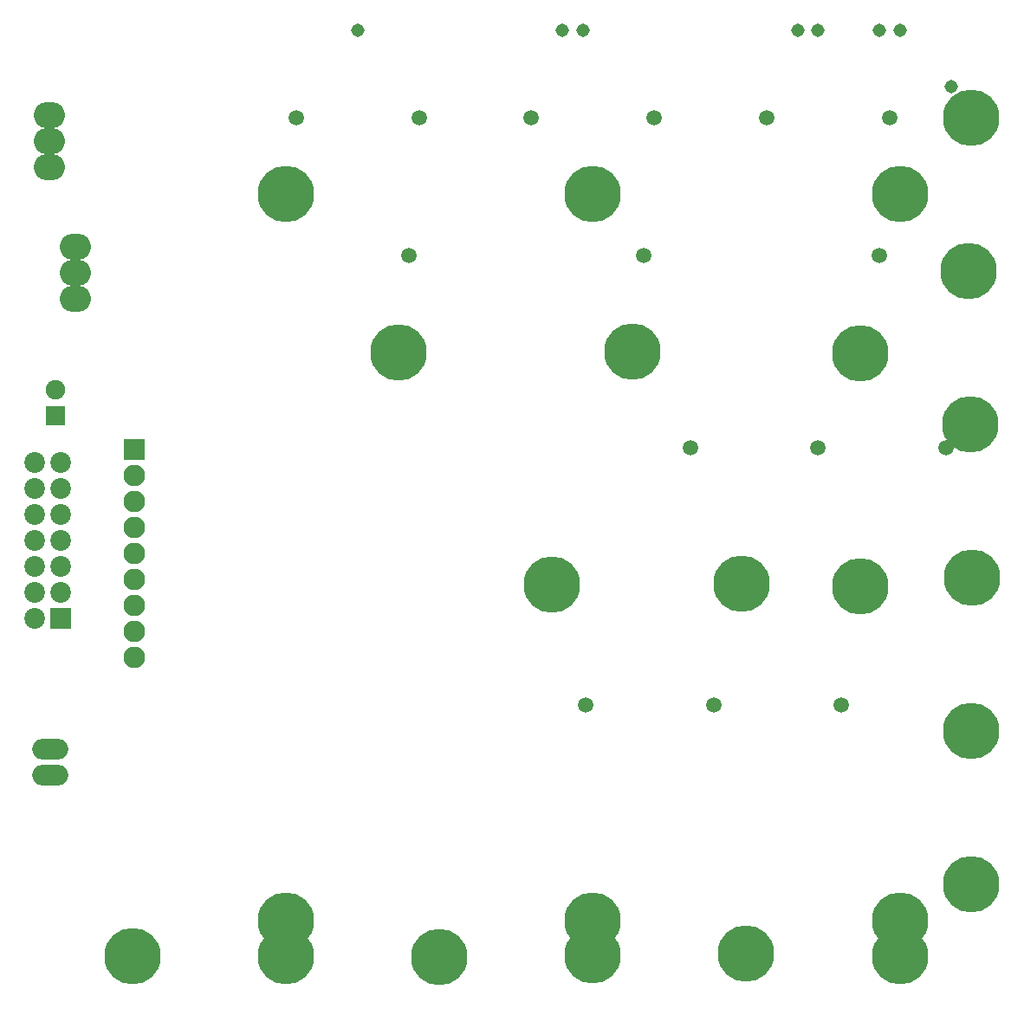
<source format=gbs>
G04 #@! TF.FileFunction,Soldermask,Bot*
%FSLAX46Y46*%
G04 Gerber Fmt 4.6, Leading zero omitted, Abs format (unit mm)*
G04 Created by KiCad (PCBNEW 4.0.7-e2-6376~58~ubuntu14.04.1) date Sun Jan 28 19:01:43 2018*
%MOMM*%
%LPD*%
G01*
G04 APERTURE LIST*
%ADD10C,0.150000*%
%ADD11R,2.028000X2.028000*%
%ADD12C,2.028000*%
%ADD13O,3.522980X2.014220*%
%ADD14R,1.905000X1.905000*%
%ADD15C,1.905000*%
%ADD16R,2.108000X2.108000*%
%ADD17O,2.108000X2.108000*%
%ADD18O,3.048000X2.540000*%
%ADD19C,5.508000*%
%ADD20C,1.308000*%
%ADD21C,1.508000*%
G04 APERTURE END LIST*
D10*
D11*
X40000000Y-111000000D03*
D12*
X37460000Y-111000000D03*
X40000000Y-108460000D03*
X37460000Y-108460000D03*
X40000000Y-105920000D03*
X37460000Y-105920000D03*
X40000000Y-103380000D03*
X37460000Y-103380000D03*
X40000000Y-100840000D03*
X37460000Y-100840000D03*
X40000000Y-98300000D03*
X37460000Y-98300000D03*
X40000000Y-95760000D03*
X37460000Y-95760000D03*
D13*
X39000000Y-123730000D03*
X39000000Y-126270000D03*
D14*
X39500000Y-91170000D03*
D15*
X39500000Y-88630000D03*
D16*
X47200000Y-94500000D03*
D17*
X47200000Y-97040000D03*
X47200000Y-99580000D03*
X47200000Y-102120000D03*
X47200000Y-104660000D03*
X47200000Y-107200000D03*
X47200000Y-109740000D03*
X47200000Y-112280000D03*
X47200000Y-114820000D03*
D18*
X38900000Y-64300000D03*
X38900000Y-66840000D03*
X38900000Y-61760000D03*
X41400000Y-77200000D03*
X41400000Y-79740000D03*
X41400000Y-74660000D03*
D19*
X62000000Y-140500000D03*
X62000000Y-69500000D03*
X95900000Y-84900000D03*
X106500000Y-107600000D03*
X73000000Y-85000000D03*
X88000000Y-107700000D03*
X118100000Y-85100000D03*
X118100000Y-107800000D03*
X122000000Y-140500000D03*
X122000000Y-69500000D03*
X122000000Y-144000000D03*
X107000000Y-143746000D03*
X92000000Y-143898400D03*
X77000000Y-144050800D03*
X62000000Y-144000000D03*
X47000000Y-144000000D03*
X129000000Y-62000000D03*
X128746000Y-77000000D03*
X128898400Y-92000000D03*
X129050800Y-107000000D03*
X129000000Y-122000000D03*
X129000000Y-137000000D03*
D20*
X69000000Y-53500000D03*
X91000000Y-53500000D03*
X114000000Y-53500000D03*
X120000000Y-53500000D03*
X122000000Y-53500000D03*
X89000000Y-53500000D03*
D19*
X92000000Y-140500000D03*
X92000000Y-69500000D03*
D20*
X127000000Y-59000000D03*
X112000000Y-53500000D03*
D21*
X75000000Y-62000000D03*
X63000000Y-62000000D03*
X98000000Y-62000000D03*
X86000000Y-62000000D03*
X121000000Y-62000000D03*
X109000000Y-62000000D03*
X74000000Y-75500000D03*
X97000000Y-75500000D03*
X120000000Y-75500000D03*
X101500000Y-94300000D03*
X114000000Y-94300000D03*
X126500000Y-94300000D03*
X91300000Y-119400000D03*
X103800000Y-119400000D03*
X116300000Y-119400000D03*
M02*

</source>
